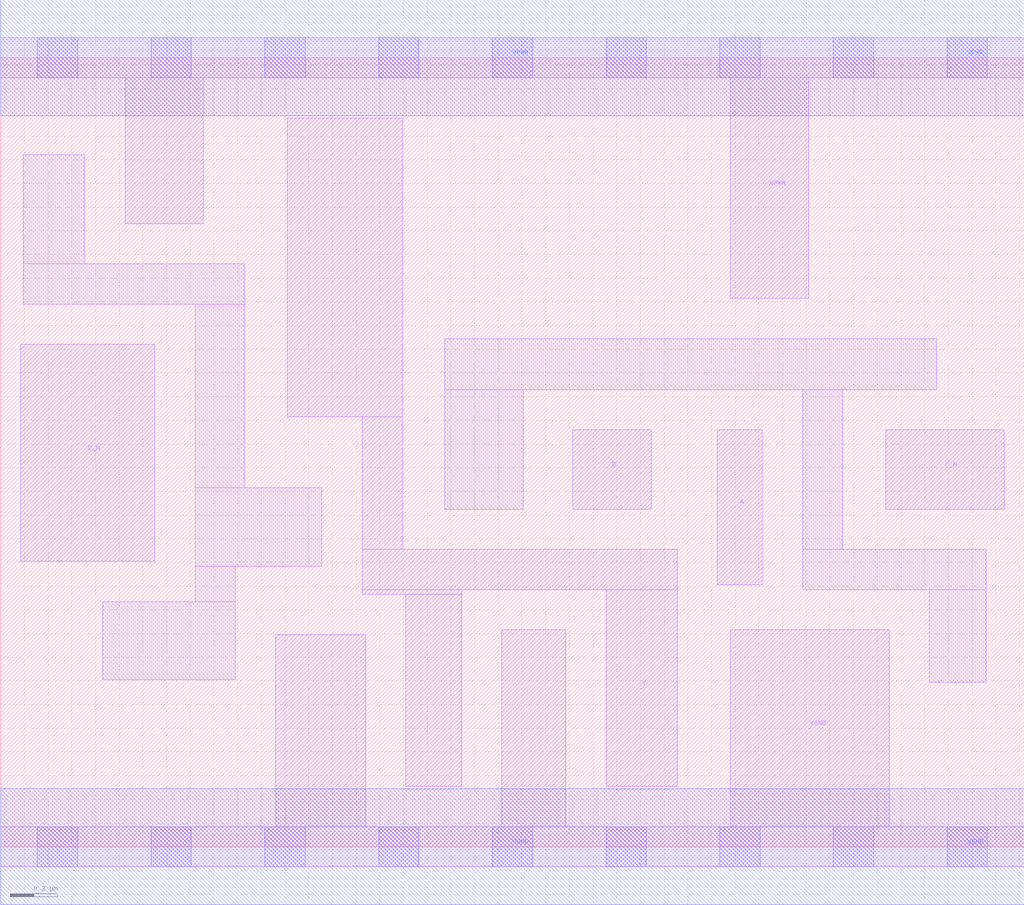
<source format=lef>
# Copyright 2020 The SkyWater PDK Authors
#
# Licensed under the Apache License, Version 2.0 (the "License");
# you may not use this file except in compliance with the License.
# You may obtain a copy of the License at
#
#     https://www.apache.org/licenses/LICENSE-2.0
#
# Unless required by applicable law or agreed to in writing, software
# distributed under the License is distributed on an "AS IS" BASIS,
# WITHOUT WARRANTIES OR CONDITIONS OF ANY KIND, either express or implied.
# See the License for the specific language governing permissions and
# limitations under the License.
#
# SPDX-License-Identifier: Apache-2.0

VERSION 5.7 ;
  NAMESCASESENSITIVE ON ;
  NOWIREEXTENSIONATPIN ON ;
  DIVIDERCHAR "/" ;
  BUSBITCHARS "[]" ;
UNITS
  DATABASE MICRONS 200 ;
END UNITS
MACRO sky130_fd_sc_lp__nor4bb_1
  CLASS CORE ;
  SOURCE USER ;
  FOREIGN sky130_fd_sc_lp__nor4bb_1 ;
  ORIGIN  0.000000  0.000000 ;
  SIZE  4.320000 BY  3.330000 ;
  SYMMETRY X Y R90 ;
  SITE unit ;
  PIN A
    ANTENNAGATEAREA  0.315000 ;
    DIRECTION INPUT ;
    USE SIGNAL ;
    PORT
      LAYER li1 ;
        RECT 3.025000 1.105000 3.215000 1.760000 ;
    END
  END A
  PIN B
    ANTENNAGATEAREA  0.315000 ;
    DIRECTION INPUT ;
    USE SIGNAL ;
    PORT
      LAYER li1 ;
        RECT 2.415000 1.425000 2.745000 1.760000 ;
    END
  END B
  PIN C_N
    ANTENNAGATEAREA  0.126000 ;
    DIRECTION INPUT ;
    USE SIGNAL ;
    PORT
      LAYER li1 ;
        RECT 3.735000 1.425000 4.235000 1.760000 ;
    END
  END C_N
  PIN D_N
    ANTENNAGATEAREA  0.126000 ;
    DIRECTION INPUT ;
    USE SIGNAL ;
    PORT
      LAYER li1 ;
        RECT 0.085000 1.205000 0.650000 2.120000 ;
    END
  END D_N
  PIN Y
    ANTENNADIFFAREA  0.842100 ;
    DIRECTION OUTPUT ;
    USE SIGNAL ;
    PORT
      LAYER li1 ;
        RECT 1.210000 1.815000 1.695000 3.075000 ;
        RECT 1.525000 1.065000 1.945000 1.085000 ;
        RECT 1.525000 1.085000 2.855000 1.255000 ;
        RECT 1.525000 1.255000 1.695000 1.815000 ;
        RECT 1.710000 0.255000 1.945000 1.065000 ;
        RECT 2.555000 0.255000 2.855000 1.085000 ;
    END
  END Y
  PIN VGND
    DIRECTION INOUT ;
    USE GROUND ;
    PORT
      LAYER li1 ;
        RECT 0.000000 -0.085000 4.320000 0.085000 ;
        RECT 1.160000  0.085000 1.540000 0.895000 ;
        RECT 2.115000  0.085000 2.385000 0.915000 ;
        RECT 3.080000  0.085000 3.750000 0.915000 ;
      LAYER mcon ;
        RECT 0.155000 -0.085000 0.325000 0.085000 ;
        RECT 0.635000 -0.085000 0.805000 0.085000 ;
        RECT 1.115000 -0.085000 1.285000 0.085000 ;
        RECT 1.595000 -0.085000 1.765000 0.085000 ;
        RECT 2.075000 -0.085000 2.245000 0.085000 ;
        RECT 2.555000 -0.085000 2.725000 0.085000 ;
        RECT 3.035000 -0.085000 3.205000 0.085000 ;
        RECT 3.515000 -0.085000 3.685000 0.085000 ;
        RECT 3.995000 -0.085000 4.165000 0.085000 ;
      LAYER met1 ;
        RECT 0.000000 -0.245000 4.320000 0.245000 ;
    END
  END VGND
  PIN VPWR
    DIRECTION INOUT ;
    USE POWER ;
    PORT
      LAYER li1 ;
        RECT 0.000000 3.245000 4.320000 3.415000 ;
        RECT 0.525000 2.630000 0.855000 3.245000 ;
        RECT 3.080000 2.315000 3.410000 3.245000 ;
      LAYER mcon ;
        RECT 0.155000 3.245000 0.325000 3.415000 ;
        RECT 0.635000 3.245000 0.805000 3.415000 ;
        RECT 1.115000 3.245000 1.285000 3.415000 ;
        RECT 1.595000 3.245000 1.765000 3.415000 ;
        RECT 2.075000 3.245000 2.245000 3.415000 ;
        RECT 2.555000 3.245000 2.725000 3.415000 ;
        RECT 3.035000 3.245000 3.205000 3.415000 ;
        RECT 3.515000 3.245000 3.685000 3.415000 ;
        RECT 3.995000 3.245000 4.165000 3.415000 ;
      LAYER met1 ;
        RECT 0.000000 3.085000 4.320000 3.575000 ;
    END
  END VPWR
  OBS
    LAYER li1 ;
      RECT 0.095000 2.290000 1.030000 2.460000 ;
      RECT 0.095000 2.460000 0.355000 2.920000 ;
      RECT 0.430000 0.705000 0.990000 1.035000 ;
      RECT 0.820000 1.035000 0.990000 1.185000 ;
      RECT 0.820000 1.185000 1.355000 1.515000 ;
      RECT 0.820000 1.515000 1.030000 2.290000 ;
      RECT 1.875000 1.425000 2.205000 1.930000 ;
      RECT 1.875000 1.930000 3.950000 2.145000 ;
      RECT 3.385000 1.085000 4.160000 1.255000 ;
      RECT 3.385000 1.255000 3.555000 1.930000 ;
      RECT 3.920000 0.695000 4.160000 1.085000 ;
  END
END sky130_fd_sc_lp__nor4bb_1

</source>
